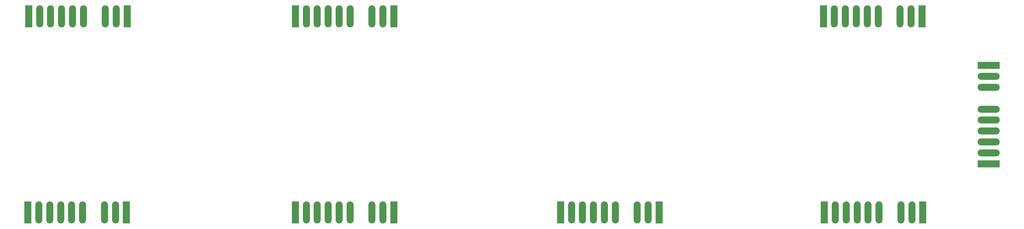
<source format=gtp>
G04 Layer_Color=8421504*
%FSLAX25Y25*%
%MOIN*%
G70*
G01*
G75*
%ADD10O,0.10000X0.31500*%
%ADD11R,0.10000X0.31500*%
%ADD12O,0.31500X0.10000*%
%ADD13R,0.31500X0.10000*%
D10*
X1504400Y465000D02*
D03*
X1488800D02*
D03*
X1457600D02*
D03*
X1426400D02*
D03*
X1410800D02*
D03*
X1442000D02*
D03*
X1395200D02*
D03*
X1505600Y185000D02*
D03*
X1490000D02*
D03*
X1458800D02*
D03*
X1443200D02*
D03*
X1427600D02*
D03*
X1412000D02*
D03*
X1396400D02*
D03*
X751800D02*
D03*
X736200D02*
D03*
X705000D02*
D03*
X673800D02*
D03*
X689400D02*
D03*
X658200D02*
D03*
X642600D02*
D03*
X371800Y465000D02*
D03*
X356200D02*
D03*
X325000D02*
D03*
X293800D02*
D03*
X278200D02*
D03*
X309400D02*
D03*
X262600D02*
D03*
X1129800Y185000D02*
D03*
X1114200D02*
D03*
X1083000D02*
D03*
X1051800D02*
D03*
X1067400D02*
D03*
X1036200D02*
D03*
X1020600D02*
D03*
X370600D02*
D03*
X355000D02*
D03*
X323800D02*
D03*
X292600D02*
D03*
X308200D02*
D03*
X277000D02*
D03*
X261400D02*
D03*
X751800Y465000D02*
D03*
X736200D02*
D03*
X705000D02*
D03*
X673800D02*
D03*
X658200D02*
D03*
X689400D02*
D03*
X642600D02*
D03*
D11*
X1520000D02*
D03*
X1379600D02*
D03*
X1521200Y185000D02*
D03*
X1380800D02*
D03*
X767400D02*
D03*
X627000D02*
D03*
X387400Y465000D02*
D03*
X247000D02*
D03*
X1145400Y185000D02*
D03*
X1005000D02*
D03*
X386200D02*
D03*
X245800D02*
D03*
X767400Y465000D02*
D03*
X627000D02*
D03*
D12*
X1615000Y301400D02*
D03*
Y317000D02*
D03*
Y270200D02*
D03*
Y285800D02*
D03*
Y379400D02*
D03*
Y363800D02*
D03*
Y332600D02*
D03*
D13*
Y254600D02*
D03*
Y395000D02*
D03*
M02*

</source>
